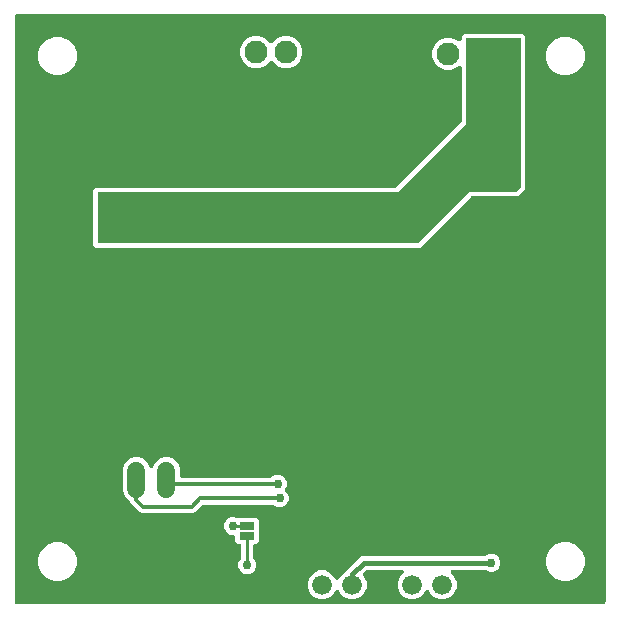
<source format=gbr>
G04 EAGLE Gerber RS-274X export*
G75*
%MOMM*%
%FSLAX34Y34*%
%LPD*%
%INBottom Copper*%
%IPPOS*%
%AMOC8*
5,1,8,0,0,1.08239X$1,22.5*%
G01*
%ADD10C,1.950000*%
%ADD11R,1.270000X0.635000*%
%ADD12C,1.676400*%
%ADD13C,1.524000*%
%ADD14C,0.756400*%
%ADD15C,0.381000*%
%ADD16C,0.254000*%
%ADD17C,0.304800*%

G36*
X502151Y3818D02*
X502151Y3818D01*
X502218Y3815D01*
X502345Y3837D01*
X502473Y3851D01*
X502536Y3871D01*
X502602Y3882D01*
X502721Y3930D01*
X502844Y3969D01*
X502902Y4001D01*
X502964Y4026D01*
X503071Y4097D01*
X503184Y4160D01*
X503234Y4204D01*
X503290Y4240D01*
X503381Y4331D01*
X503478Y4416D01*
X503518Y4469D01*
X503565Y4516D01*
X503635Y4624D01*
X503713Y4727D01*
X503741Y4787D01*
X503778Y4843D01*
X503825Y4963D01*
X503880Y5079D01*
X503896Y5144D01*
X503920Y5206D01*
X503932Y5292D01*
X503972Y5458D01*
X503977Y5628D01*
X503989Y5715D01*
X503989Y501525D01*
X503982Y501591D01*
X503985Y501658D01*
X503963Y501785D01*
X503949Y501913D01*
X503929Y501976D01*
X503918Y502042D01*
X503870Y502161D01*
X503831Y502284D01*
X503799Y502342D01*
X503774Y502404D01*
X503703Y502511D01*
X503640Y502624D01*
X503596Y502674D01*
X503560Y502730D01*
X503469Y502821D01*
X503384Y502918D01*
X503331Y502958D01*
X503284Y503005D01*
X503176Y503075D01*
X503073Y503153D01*
X503013Y503181D01*
X502957Y503218D01*
X502837Y503265D01*
X502721Y503320D01*
X502656Y503336D01*
X502594Y503360D01*
X502508Y503372D01*
X502342Y503412D01*
X502172Y503417D01*
X502085Y503429D01*
X5715Y503429D01*
X5649Y503422D01*
X5582Y503425D01*
X5455Y503403D01*
X5327Y503389D01*
X5264Y503369D01*
X5198Y503358D01*
X5079Y503310D01*
X4956Y503271D01*
X4898Y503239D01*
X4836Y503214D01*
X4729Y503143D01*
X4616Y503080D01*
X4566Y503036D01*
X4510Y503000D01*
X4419Y502909D01*
X4322Y502824D01*
X4282Y502771D01*
X4235Y502724D01*
X4165Y502616D01*
X4087Y502513D01*
X4059Y502453D01*
X4022Y502397D01*
X3975Y502277D01*
X3920Y502161D01*
X3904Y502096D01*
X3880Y502034D01*
X3868Y501948D01*
X3828Y501782D01*
X3823Y501612D01*
X3811Y501525D01*
X3811Y5715D01*
X3818Y5649D01*
X3815Y5582D01*
X3837Y5455D01*
X3851Y5327D01*
X3871Y5264D01*
X3882Y5198D01*
X3930Y5079D01*
X3969Y4956D01*
X4001Y4898D01*
X4026Y4836D01*
X4097Y4729D01*
X4160Y4616D01*
X4204Y4566D01*
X4240Y4510D01*
X4331Y4419D01*
X4416Y4322D01*
X4469Y4282D01*
X4516Y4235D01*
X4624Y4165D01*
X4727Y4087D01*
X4787Y4059D01*
X4843Y4022D01*
X4963Y3975D01*
X5079Y3920D01*
X5144Y3904D01*
X5206Y3880D01*
X5292Y3868D01*
X5458Y3828D01*
X5628Y3823D01*
X5715Y3811D01*
X502085Y3811D01*
X502151Y3818D01*
G37*
%LPC*%
G36*
X72590Y305561D02*
X72590Y305561D01*
X70357Y307794D01*
X70357Y354384D01*
X72590Y356617D01*
X325801Y356617D01*
X325900Y356627D01*
X325999Y356627D01*
X326093Y356647D01*
X326189Y356657D01*
X326283Y356687D01*
X326381Y356707D01*
X326469Y356746D01*
X326560Y356775D01*
X326647Y356824D01*
X326738Y356863D01*
X326796Y356908D01*
X326900Y356966D01*
X327081Y357124D01*
X327147Y357174D01*
X381712Y411739D01*
X381774Y411816D01*
X381845Y411886D01*
X381897Y411967D01*
X381957Y412041D01*
X382003Y412129D01*
X382058Y412213D01*
X382093Y412302D01*
X382137Y412387D01*
X382164Y412483D01*
X382200Y412576D01*
X382210Y412648D01*
X382242Y412763D01*
X382258Y413003D01*
X382269Y413085D01*
X382269Y457554D01*
X382266Y457587D01*
X382268Y457621D01*
X382246Y457781D01*
X382229Y457942D01*
X382219Y457974D01*
X382215Y458007D01*
X382160Y458160D01*
X382111Y458314D01*
X382095Y458342D01*
X382084Y458374D01*
X382000Y458512D01*
X381920Y458653D01*
X381898Y458678D01*
X381881Y458707D01*
X381770Y458825D01*
X381664Y458947D01*
X381637Y458967D01*
X381615Y458991D01*
X381482Y459084D01*
X381353Y459182D01*
X381323Y459196D01*
X381296Y459216D01*
X381147Y459280D01*
X381001Y459349D01*
X380968Y459357D01*
X380938Y459370D01*
X380780Y459403D01*
X380622Y459441D01*
X380589Y459442D01*
X380556Y459449D01*
X380394Y459449D01*
X380232Y459454D01*
X380200Y459448D01*
X380166Y459448D01*
X380008Y459415D01*
X379848Y459387D01*
X379818Y459375D01*
X379785Y459368D01*
X379636Y459303D01*
X379486Y459244D01*
X379458Y459225D01*
X379428Y459212D01*
X379361Y459161D01*
X379161Y459029D01*
X379077Y458945D01*
X379018Y458901D01*
X378522Y458404D01*
X373537Y456339D01*
X368143Y456339D01*
X363158Y458404D01*
X359344Y462218D01*
X357279Y467203D01*
X357279Y472597D01*
X359344Y477582D01*
X363158Y481396D01*
X368143Y483461D01*
X373537Y483461D01*
X378522Y481396D01*
X379018Y480899D01*
X379044Y480878D01*
X379066Y480853D01*
X379195Y480756D01*
X379321Y480653D01*
X379350Y480638D01*
X379377Y480618D01*
X379523Y480549D01*
X379667Y480474D01*
X379699Y480465D01*
X379729Y480451D01*
X379886Y480413D01*
X380042Y480369D01*
X380076Y480367D01*
X380108Y480359D01*
X380270Y480354D01*
X380431Y480343D01*
X380464Y480347D01*
X380498Y480346D01*
X380657Y480374D01*
X380817Y480396D01*
X380849Y480407D01*
X380882Y480413D01*
X381032Y480472D01*
X381185Y480527D01*
X381213Y480544D01*
X381244Y480556D01*
X381379Y480645D01*
X381517Y480730D01*
X381542Y480752D01*
X381570Y480771D01*
X381684Y480886D01*
X381802Y480996D01*
X381821Y481023D01*
X381845Y481047D01*
X381933Y481183D01*
X382026Y481315D01*
X382039Y481345D01*
X382058Y481373D01*
X382117Y481524D01*
X382181Y481673D01*
X382188Y481705D01*
X382200Y481736D01*
X382211Y481819D01*
X382260Y482054D01*
X382259Y482173D01*
X382269Y482246D01*
X382269Y484432D01*
X384502Y486665D01*
X433886Y486665D01*
X436119Y484432D01*
X436119Y355800D01*
X429568Y349249D01*
X391241Y349249D01*
X391142Y349239D01*
X391043Y349239D01*
X390949Y349219D01*
X390853Y349209D01*
X390759Y349179D01*
X390661Y349159D01*
X390573Y349120D01*
X390482Y349091D01*
X390395Y349042D01*
X390304Y349003D01*
X390246Y348958D01*
X390142Y348900D01*
X389961Y348742D01*
X389895Y348692D01*
X346764Y305561D01*
X72590Y305561D01*
G37*
%LPD*%
G36*
X345188Y309369D02*
X345188Y309369D01*
X345190Y309368D01*
X388876Y353055D01*
X427990Y353055D01*
X427992Y353057D01*
X427994Y353056D01*
X432312Y357374D01*
X432312Y357377D01*
X432313Y357378D01*
X432313Y482854D01*
X432309Y482859D01*
X432308Y482859D01*
X386080Y482859D01*
X386075Y482855D01*
X386075Y482854D01*
X386075Y410720D01*
X328166Y352811D01*
X74168Y352811D01*
X74163Y352807D01*
X74163Y352806D01*
X74163Y309372D01*
X74167Y309367D01*
X74168Y309367D01*
X345186Y309367D01*
X345188Y309369D01*
G37*
%LPC*%
G36*
X111715Y80771D02*
X111715Y80771D01*
X109754Y81583D01*
X102157Y89180D01*
X101499Y90770D01*
X101452Y90857D01*
X101413Y90949D01*
X101359Y91028D01*
X101314Y91113D01*
X101250Y91189D01*
X101193Y91271D01*
X101124Y91338D01*
X101063Y91411D01*
X100984Y91472D01*
X100912Y91541D01*
X100849Y91578D01*
X100756Y91652D01*
X100540Y91758D01*
X100468Y91800D01*
X100205Y91909D01*
X96990Y95125D01*
X95249Y99326D01*
X95249Y119114D01*
X96990Y123315D01*
X100205Y126530D01*
X104406Y128271D01*
X108954Y128271D01*
X113155Y126530D01*
X116370Y123315D01*
X117621Y120297D01*
X117637Y120267D01*
X117647Y120236D01*
X117729Y120096D01*
X117806Y119954D01*
X117827Y119928D01*
X117844Y119900D01*
X117953Y119780D01*
X118057Y119656D01*
X118083Y119635D01*
X118106Y119610D01*
X118237Y119515D01*
X118364Y119415D01*
X118393Y119400D01*
X118420Y119381D01*
X118568Y119314D01*
X118713Y119242D01*
X118745Y119233D01*
X118776Y119220D01*
X118933Y119184D01*
X119090Y119143D01*
X119124Y119142D01*
X119156Y119134D01*
X119317Y119132D01*
X119479Y119124D01*
X119512Y119129D01*
X119546Y119128D01*
X119704Y119159D01*
X119865Y119184D01*
X119896Y119196D01*
X119928Y119202D01*
X120078Y119264D01*
X120229Y119321D01*
X120258Y119339D01*
X120288Y119352D01*
X120422Y119443D01*
X120559Y119530D01*
X120583Y119553D01*
X120610Y119572D01*
X120722Y119688D01*
X120839Y119801D01*
X120857Y119829D01*
X120880Y119853D01*
X120922Y119925D01*
X121057Y120124D01*
X121103Y120234D01*
X121139Y120297D01*
X122390Y123315D01*
X125605Y126530D01*
X129806Y128271D01*
X134354Y128271D01*
X138555Y126530D01*
X141770Y123315D01*
X143511Y119114D01*
X143511Y112903D01*
X143518Y112837D01*
X143515Y112770D01*
X143537Y112643D01*
X143551Y112515D01*
X143571Y112452D01*
X143582Y112386D01*
X143630Y112267D01*
X143669Y112144D01*
X143701Y112086D01*
X143726Y112024D01*
X143797Y111917D01*
X143860Y111804D01*
X143904Y111754D01*
X143940Y111698D01*
X144031Y111607D01*
X144116Y111510D01*
X144169Y111470D01*
X144216Y111423D01*
X144324Y111353D01*
X144427Y111275D01*
X144487Y111247D01*
X144543Y111210D01*
X144663Y111163D01*
X144779Y111108D01*
X144844Y111092D01*
X144906Y111068D01*
X144992Y111056D01*
X145158Y111016D01*
X145328Y111011D01*
X145415Y110999D01*
X220122Y110999D01*
X220221Y111009D01*
X220321Y111009D01*
X220415Y111029D01*
X220510Y111039D01*
X220605Y111069D01*
X220702Y111089D01*
X220790Y111128D01*
X220881Y111157D01*
X220968Y111206D01*
X221059Y111245D01*
X221118Y111290D01*
X221221Y111348D01*
X221402Y111506D01*
X221469Y111556D01*
X222013Y112101D01*
X224804Y113257D01*
X227824Y113257D01*
X230615Y112101D01*
X232751Y109965D01*
X233907Y107174D01*
X233907Y104154D01*
X232707Y101257D01*
X232683Y101178D01*
X232650Y101101D01*
X232628Y100991D01*
X232595Y100884D01*
X232588Y100801D01*
X232572Y100720D01*
X232572Y100607D01*
X232562Y100495D01*
X232572Y100413D01*
X232572Y100330D01*
X232596Y100220D01*
X232609Y100108D01*
X232635Y100030D01*
X232653Y99948D01*
X232698Y99845D01*
X232733Y99739D01*
X232775Y99667D01*
X232809Y99591D01*
X232858Y99526D01*
X232930Y99403D01*
X233066Y99253D01*
X233120Y99182D01*
X234529Y97773D01*
X235685Y94982D01*
X235685Y91962D01*
X234529Y89171D01*
X232393Y87035D01*
X229602Y85879D01*
X226582Y85879D01*
X223791Y87035D01*
X223247Y87580D01*
X223170Y87642D01*
X223099Y87713D01*
X223019Y87765D01*
X222944Y87825D01*
X222856Y87871D01*
X222773Y87926D01*
X222683Y87961D01*
X222598Y88005D01*
X222502Y88032D01*
X222410Y88068D01*
X222337Y88078D01*
X222223Y88110D01*
X221983Y88126D01*
X221900Y88137D01*
X164034Y88137D01*
X163936Y88127D01*
X163836Y88127D01*
X163742Y88107D01*
X163647Y88097D01*
X163552Y88067D01*
X163454Y88047D01*
X163367Y88008D01*
X163275Y87979D01*
X163188Y87930D01*
X163097Y87891D01*
X163039Y87846D01*
X162936Y87788D01*
X162754Y87630D01*
X162688Y87580D01*
X156692Y81583D01*
X154731Y80771D01*
X111715Y80771D01*
G37*
%LPD*%
%LPC*%
G36*
X261735Y8127D02*
X261735Y8127D01*
X257253Y9984D01*
X253824Y13413D01*
X251967Y17895D01*
X251967Y22745D01*
X253824Y27227D01*
X257253Y30656D01*
X261735Y32513D01*
X266585Y32513D01*
X271067Y30656D01*
X274496Y27227D01*
X275101Y25768D01*
X275117Y25739D01*
X275127Y25707D01*
X275209Y25568D01*
X275286Y25425D01*
X275307Y25400D01*
X275324Y25371D01*
X275433Y25251D01*
X275537Y25127D01*
X275563Y25106D01*
X275586Y25082D01*
X275716Y24986D01*
X275844Y24886D01*
X275874Y24871D01*
X275900Y24852D01*
X276048Y24785D01*
X276193Y24713D01*
X276225Y24705D01*
X276255Y24691D01*
X276413Y24656D01*
X276570Y24615D01*
X276603Y24613D01*
X276636Y24606D01*
X276797Y24603D01*
X276959Y24595D01*
X276992Y24600D01*
X277026Y24600D01*
X277185Y24630D01*
X277345Y24655D01*
X277376Y24667D01*
X277408Y24673D01*
X277558Y24735D01*
X277709Y24792D01*
X277737Y24810D01*
X277768Y24823D01*
X277902Y24914D01*
X278039Y25001D01*
X278063Y25024D01*
X278090Y25043D01*
X278202Y25160D01*
X278318Y25272D01*
X278337Y25300D01*
X278360Y25324D01*
X278402Y25396D01*
X278537Y25595D01*
X278582Y25705D01*
X278619Y25768D01*
X279224Y27227D01*
X282653Y30656D01*
X283517Y31014D01*
X283605Y31062D01*
X283696Y31100D01*
X283776Y31154D01*
X283860Y31199D01*
X283936Y31264D01*
X284018Y31320D01*
X284085Y31389D01*
X284158Y31451D01*
X284220Y31529D01*
X284288Y31601D01*
X284325Y31664D01*
X284399Y31757D01*
X284505Y31973D01*
X284548Y32045D01*
X284714Y32448D01*
X295974Y43708D01*
X298075Y44578D01*
X401605Y44578D01*
X401704Y44588D01*
X401804Y44588D01*
X401898Y44608D01*
X401993Y44618D01*
X402088Y44648D01*
X402185Y44668D01*
X402273Y44707D01*
X402364Y44736D01*
X402451Y44785D01*
X402542Y44824D01*
X402601Y44869D01*
X402704Y44927D01*
X402885Y45085D01*
X402952Y45135D01*
X403115Y45299D01*
X405906Y46455D01*
X408926Y46455D01*
X411717Y45299D01*
X413853Y43163D01*
X415009Y40372D01*
X415009Y37352D01*
X413853Y34561D01*
X411717Y32425D01*
X408926Y31269D01*
X405906Y31269D01*
X403115Y32425D01*
X402952Y32589D01*
X402875Y32651D01*
X402804Y32722D01*
X402724Y32774D01*
X402649Y32834D01*
X402561Y32880D01*
X402478Y32935D01*
X402388Y32970D01*
X402303Y33014D01*
X402207Y33041D01*
X402115Y33077D01*
X402042Y33087D01*
X401928Y33119D01*
X401688Y33135D01*
X401605Y33146D01*
X374774Y33146D01*
X374741Y33143D01*
X374708Y33145D01*
X374547Y33123D01*
X374386Y33106D01*
X374355Y33096D01*
X374322Y33092D01*
X374169Y33037D01*
X374015Y32988D01*
X373986Y32972D01*
X373955Y32961D01*
X373816Y32877D01*
X373675Y32797D01*
X373650Y32775D01*
X373622Y32758D01*
X373503Y32647D01*
X373382Y32541D01*
X373362Y32514D01*
X373337Y32492D01*
X373244Y32359D01*
X373146Y32230D01*
X373132Y32200D01*
X373113Y32173D01*
X373049Y32024D01*
X372979Y31878D01*
X372971Y31846D01*
X372958Y31815D01*
X372925Y31656D01*
X372887Y31499D01*
X372886Y31466D01*
X372879Y31433D01*
X372880Y31271D01*
X372874Y31109D01*
X372880Y31077D01*
X372880Y31043D01*
X372914Y30885D01*
X372941Y30725D01*
X372954Y30695D01*
X372960Y30662D01*
X373025Y30513D01*
X373085Y30363D01*
X373103Y30335D01*
X373116Y30305D01*
X373167Y30238D01*
X373299Y30038D01*
X373383Y29954D01*
X373428Y29896D01*
X376096Y27227D01*
X377953Y22745D01*
X377953Y17895D01*
X376096Y13413D01*
X372667Y9984D01*
X368185Y8127D01*
X363335Y8127D01*
X358853Y9984D01*
X355424Y13413D01*
X354819Y14872D01*
X354803Y14901D01*
X354793Y14933D01*
X354711Y15072D01*
X354634Y15215D01*
X354613Y15240D01*
X354596Y15269D01*
X354487Y15390D01*
X354383Y15513D01*
X354357Y15534D01*
X354334Y15558D01*
X354203Y15654D01*
X354076Y15754D01*
X354046Y15769D01*
X354019Y15788D01*
X353872Y15855D01*
X353727Y15927D01*
X353695Y15935D01*
X353664Y15949D01*
X353507Y15984D01*
X353350Y16025D01*
X353316Y16027D01*
X353284Y16034D01*
X353123Y16037D01*
X352961Y16045D01*
X352928Y16040D01*
X352894Y16040D01*
X352735Y16010D01*
X352575Y15985D01*
X352544Y15973D01*
X352512Y15967D01*
X352362Y15905D01*
X352211Y15848D01*
X352182Y15830D01*
X352152Y15817D01*
X352018Y15726D01*
X351881Y15639D01*
X351857Y15616D01*
X351830Y15597D01*
X351718Y15480D01*
X351601Y15368D01*
X351583Y15340D01*
X351560Y15316D01*
X351518Y15244D01*
X351383Y15045D01*
X351337Y14935D01*
X351301Y14872D01*
X350696Y13413D01*
X347267Y9984D01*
X342785Y8127D01*
X337935Y8127D01*
X333453Y9984D01*
X330024Y13413D01*
X328167Y17895D01*
X328167Y22745D01*
X330024Y27227D01*
X332692Y29896D01*
X332713Y29921D01*
X332738Y29943D01*
X332836Y30072D01*
X332938Y30198D01*
X332954Y30227D01*
X332974Y30254D01*
X333043Y30400D01*
X333118Y30544D01*
X333127Y30576D01*
X333141Y30606D01*
X333179Y30763D01*
X333223Y30919D01*
X333225Y30953D01*
X333233Y30985D01*
X333238Y31147D01*
X333249Y31308D01*
X333244Y31341D01*
X333246Y31375D01*
X333218Y31534D01*
X333196Y31694D01*
X333184Y31726D01*
X333179Y31759D01*
X333119Y31909D01*
X333065Y32062D01*
X333047Y32090D01*
X333035Y32121D01*
X332946Y32256D01*
X332862Y32394D01*
X332839Y32419D01*
X332821Y32447D01*
X332706Y32561D01*
X332595Y32679D01*
X332568Y32698D01*
X332545Y32722D01*
X332409Y32810D01*
X332277Y32903D01*
X332246Y32916D01*
X332218Y32935D01*
X332068Y32994D01*
X331919Y33058D01*
X331886Y33065D01*
X331855Y33077D01*
X331773Y33088D01*
X331537Y33137D01*
X331418Y33136D01*
X331346Y33146D01*
X302368Y33146D01*
X302269Y33136D01*
X302170Y33136D01*
X302076Y33116D01*
X301981Y33106D01*
X301886Y33076D01*
X301788Y33056D01*
X301700Y33017D01*
X301609Y32988D01*
X301522Y32940D01*
X301431Y32900D01*
X301373Y32855D01*
X301269Y32797D01*
X301088Y32639D01*
X301022Y32589D01*
X299125Y30691D01*
X299083Y30640D01*
X299034Y30594D01*
X298960Y30489D01*
X298879Y30389D01*
X298848Y30330D01*
X298810Y30276D01*
X298759Y30157D01*
X298699Y30043D01*
X298682Y29979D01*
X298655Y29918D01*
X298629Y29792D01*
X298594Y29668D01*
X298590Y29601D01*
X298577Y29536D01*
X298577Y29407D01*
X298568Y29279D01*
X298577Y29213D01*
X298577Y29146D01*
X298604Y29020D01*
X298621Y28893D01*
X298644Y28830D01*
X298657Y28765D01*
X298709Y28647D01*
X298752Y28525D01*
X298787Y28469D01*
X298814Y28408D01*
X298867Y28338D01*
X298955Y28193D01*
X299072Y28068D01*
X299125Y27998D01*
X299897Y27227D01*
X301753Y22745D01*
X301753Y17895D01*
X299896Y13413D01*
X296467Y9984D01*
X291985Y8127D01*
X287135Y8127D01*
X282653Y9984D01*
X279224Y13413D01*
X278619Y14872D01*
X278603Y14901D01*
X278593Y14933D01*
X278511Y15072D01*
X278434Y15215D01*
X278413Y15240D01*
X278396Y15269D01*
X278287Y15390D01*
X278183Y15513D01*
X278157Y15534D01*
X278134Y15558D01*
X278003Y15654D01*
X277876Y15754D01*
X277846Y15769D01*
X277819Y15788D01*
X277672Y15855D01*
X277527Y15927D01*
X277495Y15935D01*
X277464Y15949D01*
X277307Y15984D01*
X277150Y16025D01*
X277116Y16027D01*
X277084Y16034D01*
X276923Y16037D01*
X276761Y16045D01*
X276728Y16040D01*
X276694Y16040D01*
X276535Y16010D01*
X276375Y15985D01*
X276344Y15973D01*
X276312Y15967D01*
X276162Y15905D01*
X276011Y15848D01*
X275982Y15830D01*
X275952Y15817D01*
X275818Y15726D01*
X275681Y15639D01*
X275657Y15616D01*
X275630Y15597D01*
X275518Y15480D01*
X275401Y15368D01*
X275383Y15340D01*
X275360Y15316D01*
X275318Y15244D01*
X275183Y15045D01*
X275137Y14935D01*
X275101Y14872D01*
X274496Y13413D01*
X271067Y9984D01*
X266585Y8127D01*
X261735Y8127D01*
G37*
%LPD*%
%LPC*%
G36*
X205583Y457863D02*
X205583Y457863D01*
X200598Y459928D01*
X196784Y463742D01*
X194719Y468727D01*
X194719Y474121D01*
X196784Y479106D01*
X200598Y482920D01*
X205583Y484985D01*
X210977Y484985D01*
X215962Y482920D01*
X219633Y479248D01*
X219685Y479206D01*
X219730Y479158D01*
X219836Y479084D01*
X219936Y479002D01*
X219995Y478972D01*
X220049Y478933D01*
X220167Y478882D01*
X220282Y478823D01*
X220346Y478805D01*
X220407Y478779D01*
X220533Y478753D01*
X220657Y478718D01*
X220724Y478714D01*
X220789Y478700D01*
X220918Y478700D01*
X221046Y478692D01*
X221112Y478701D01*
X221179Y478701D01*
X221305Y478727D01*
X221432Y478745D01*
X221495Y478767D01*
X221560Y478781D01*
X221678Y478833D01*
X221800Y478876D01*
X221856Y478911D01*
X221917Y478937D01*
X221987Y478990D01*
X222132Y479079D01*
X222257Y479195D01*
X222326Y479248D01*
X225998Y482920D01*
X230983Y484985D01*
X236377Y484985D01*
X241362Y482920D01*
X245176Y479106D01*
X247241Y474121D01*
X247241Y468727D01*
X245176Y463742D01*
X241362Y459928D01*
X236377Y457863D01*
X230983Y457863D01*
X225998Y459928D01*
X222326Y463600D01*
X222275Y463642D01*
X222230Y463690D01*
X222124Y463764D01*
X222024Y463846D01*
X221965Y463876D01*
X221911Y463915D01*
X221792Y463966D01*
X221678Y464025D01*
X221614Y464043D01*
X221553Y464069D01*
X221427Y464095D01*
X221303Y464130D01*
X221236Y464134D01*
X221171Y464148D01*
X221042Y464148D01*
X220914Y464156D01*
X220848Y464147D01*
X220781Y464147D01*
X220655Y464121D01*
X220528Y464103D01*
X220465Y464081D01*
X220400Y464067D01*
X220282Y464015D01*
X220160Y463972D01*
X220104Y463937D01*
X220043Y463911D01*
X219973Y463858D01*
X219828Y463769D01*
X219703Y463653D01*
X219633Y463600D01*
X215962Y459928D01*
X210977Y457863D01*
X205583Y457863D01*
G37*
%LPD*%
%LPC*%
G36*
X199150Y29237D02*
X199150Y29237D01*
X196359Y30393D01*
X194223Y32529D01*
X193067Y35320D01*
X193067Y38340D01*
X194223Y41131D01*
X195022Y41929D01*
X195084Y42006D01*
X195155Y42077D01*
X195207Y42157D01*
X195267Y42232D01*
X195313Y42320D01*
X195368Y42403D01*
X195403Y42493D01*
X195447Y42578D01*
X195474Y42674D01*
X195510Y42766D01*
X195520Y42839D01*
X195552Y42953D01*
X195568Y43193D01*
X195579Y43276D01*
X195579Y53086D01*
X195572Y53152D01*
X195575Y53219D01*
X195553Y53346D01*
X195539Y53474D01*
X195519Y53537D01*
X195508Y53603D01*
X195460Y53722D01*
X195421Y53845D01*
X195389Y53903D01*
X195364Y53965D01*
X195293Y54072D01*
X195230Y54185D01*
X195186Y54235D01*
X195150Y54291D01*
X195059Y54382D01*
X194974Y54479D01*
X194921Y54519D01*
X194874Y54566D01*
X194766Y54636D01*
X194663Y54714D01*
X194603Y54742D01*
X194547Y54779D01*
X194427Y54826D01*
X194311Y54881D01*
X194246Y54897D01*
X194184Y54921D01*
X194098Y54933D01*
X193932Y54973D01*
X193762Y54978D01*
X193675Y54990D01*
X192732Y54990D01*
X190499Y57223D01*
X190499Y60607D01*
X190492Y60673D01*
X190495Y60740D01*
X190473Y60867D01*
X190459Y60995D01*
X190439Y61058D01*
X190428Y61124D01*
X190380Y61243D01*
X190341Y61366D01*
X190309Y61424D01*
X190284Y61486D01*
X190213Y61593D01*
X190150Y61706D01*
X190106Y61756D01*
X190070Y61812D01*
X189979Y61903D01*
X189894Y62000D01*
X189841Y62040D01*
X189794Y62087D01*
X189686Y62157D01*
X189583Y62235D01*
X189523Y62263D01*
X189467Y62300D01*
X189347Y62347D01*
X189231Y62402D01*
X189166Y62418D01*
X189104Y62442D01*
X189018Y62454D01*
X188852Y62494D01*
X188682Y62499D01*
X188595Y62511D01*
X187212Y62511D01*
X184421Y63667D01*
X182285Y65803D01*
X181129Y68594D01*
X181129Y71614D01*
X182285Y74405D01*
X184421Y76541D01*
X187212Y77697D01*
X190232Y77697D01*
X191348Y77235D01*
X191459Y77201D01*
X191567Y77159D01*
X191629Y77151D01*
X191721Y77123D01*
X192015Y77098D01*
X192077Y77090D01*
X208588Y77090D01*
X210821Y74857D01*
X210821Y57223D01*
X208588Y54990D01*
X207645Y54990D01*
X207579Y54983D01*
X207512Y54986D01*
X207385Y54964D01*
X207257Y54950D01*
X207194Y54930D01*
X207128Y54919D01*
X207009Y54871D01*
X206886Y54832D01*
X206828Y54800D01*
X206766Y54775D01*
X206659Y54704D01*
X206546Y54641D01*
X206496Y54597D01*
X206440Y54561D01*
X206349Y54470D01*
X206252Y54385D01*
X206212Y54332D01*
X206165Y54285D01*
X206095Y54177D01*
X206017Y54074D01*
X205989Y54014D01*
X205952Y53958D01*
X205905Y53838D01*
X205850Y53722D01*
X205834Y53657D01*
X205810Y53595D01*
X205798Y53509D01*
X205758Y53343D01*
X205753Y53173D01*
X205741Y53086D01*
X205741Y43276D01*
X205751Y43177D01*
X205751Y43077D01*
X205771Y42983D01*
X205781Y42888D01*
X205811Y42793D01*
X205831Y42696D01*
X205870Y42608D01*
X205899Y42517D01*
X205948Y42430D01*
X205987Y42339D01*
X206032Y42280D01*
X206090Y42177D01*
X206248Y41996D01*
X206298Y41929D01*
X207097Y41131D01*
X208253Y38340D01*
X208253Y35320D01*
X207097Y32529D01*
X204961Y30393D01*
X202170Y29237D01*
X199150Y29237D01*
G37*
%LPD*%
%LPC*%
G36*
X466656Y451557D02*
X466656Y451557D01*
X460661Y454040D01*
X456072Y458629D01*
X453589Y464624D01*
X453589Y471112D01*
X456072Y477107D01*
X460661Y481696D01*
X466656Y484179D01*
X473144Y484179D01*
X479139Y481696D01*
X483728Y477107D01*
X486211Y471112D01*
X486211Y464624D01*
X483728Y458629D01*
X479139Y454040D01*
X473144Y451557D01*
X466656Y451557D01*
G37*
%LPD*%
%LPC*%
G36*
X466756Y23689D02*
X466756Y23689D01*
X460761Y26172D01*
X456172Y30761D01*
X453689Y36756D01*
X453689Y43244D01*
X456172Y49239D01*
X460761Y53828D01*
X466756Y56311D01*
X473244Y56311D01*
X479239Y53828D01*
X483828Y49239D01*
X486311Y43244D01*
X486311Y36756D01*
X483828Y30761D01*
X479239Y26172D01*
X473244Y23689D01*
X466756Y23689D01*
G37*
%LPD*%
%LPC*%
G36*
X36756Y23689D02*
X36756Y23689D01*
X30761Y26172D01*
X26172Y30761D01*
X23689Y36756D01*
X23689Y43244D01*
X26172Y49239D01*
X30761Y53828D01*
X36756Y56311D01*
X43244Y56311D01*
X49239Y53828D01*
X53828Y49239D01*
X56311Y43244D01*
X56311Y36756D01*
X53828Y30761D01*
X49239Y26172D01*
X43244Y23689D01*
X36756Y23689D01*
G37*
%LPD*%
%LPC*%
G36*
X36756Y451657D02*
X36756Y451657D01*
X30761Y454140D01*
X26172Y458729D01*
X23689Y464724D01*
X23689Y471212D01*
X26172Y477207D01*
X30761Y481796D01*
X36756Y484279D01*
X43244Y484279D01*
X49239Y481796D01*
X53828Y477207D01*
X56311Y471212D01*
X56311Y464724D01*
X53828Y458729D01*
X49239Y454140D01*
X43244Y451657D01*
X36756Y451657D01*
G37*
%LPD*%
D10*
X370840Y469900D03*
X396240Y469900D03*
X345440Y469900D03*
D11*
X200660Y61976D03*
X200660Y70104D03*
D12*
X264160Y20320D03*
X289560Y20320D03*
X314960Y20320D03*
X340360Y20320D03*
X365760Y20320D03*
D10*
X208280Y471424D03*
X233680Y471424D03*
D13*
X132080Y116840D02*
X132080Y101600D01*
X106680Y101600D02*
X106680Y116840D01*
D14*
X53340Y200660D03*
X53340Y182880D03*
X66040Y182880D03*
X78740Y182880D03*
X91440Y182880D03*
X104140Y182880D03*
X116840Y182880D03*
X66040Y218440D03*
X78740Y218440D03*
X91440Y218440D03*
X104140Y218440D03*
X116840Y218440D03*
X66040Y200660D03*
X386080Y269240D03*
X398780Y269240D03*
X411480Y269240D03*
X424180Y269240D03*
X436880Y269240D03*
X436880Y251460D03*
X439420Y233680D03*
X426720Y233680D03*
X414020Y233680D03*
X401320Y233680D03*
X388620Y233680D03*
X449580Y251460D03*
X449580Y269240D03*
X302260Y129540D03*
X327660Y121920D03*
X317500Y129540D03*
X226060Y48260D03*
X330200Y106680D03*
X224790Y13970D03*
X384810Y398018D03*
X394970Y398018D03*
X405130Y398018D03*
X415290Y398018D03*
X425450Y398018D03*
X384810Y364998D03*
X394970Y364998D03*
X405130Y364998D03*
X415290Y364998D03*
X425450Y364998D03*
X80010Y347218D03*
X90170Y347218D03*
X100330Y347218D03*
X110490Y347218D03*
X120650Y347218D03*
X80010Y314198D03*
X90170Y314198D03*
X100330Y314198D03*
X110490Y314198D03*
X120650Y314198D03*
X407416Y38862D03*
D15*
X299212Y38862D01*
X289560Y29210D02*
X289560Y20320D01*
X289560Y29210D02*
X299212Y38862D01*
D16*
X200660Y70104D02*
X188722Y70104D01*
D14*
X188722Y70104D03*
X226314Y105664D03*
D17*
X135636Y105664D01*
X132080Y109220D01*
D14*
X228092Y93472D03*
D17*
X161036Y93472D01*
X106680Y92202D02*
X106680Y109220D01*
X153670Y86106D02*
X161036Y93472D01*
X153670Y86106D02*
X112776Y86106D01*
X106680Y92202D01*
D16*
X200660Y61976D02*
X200660Y36830D01*
D14*
X200660Y36830D03*
M02*

</source>
